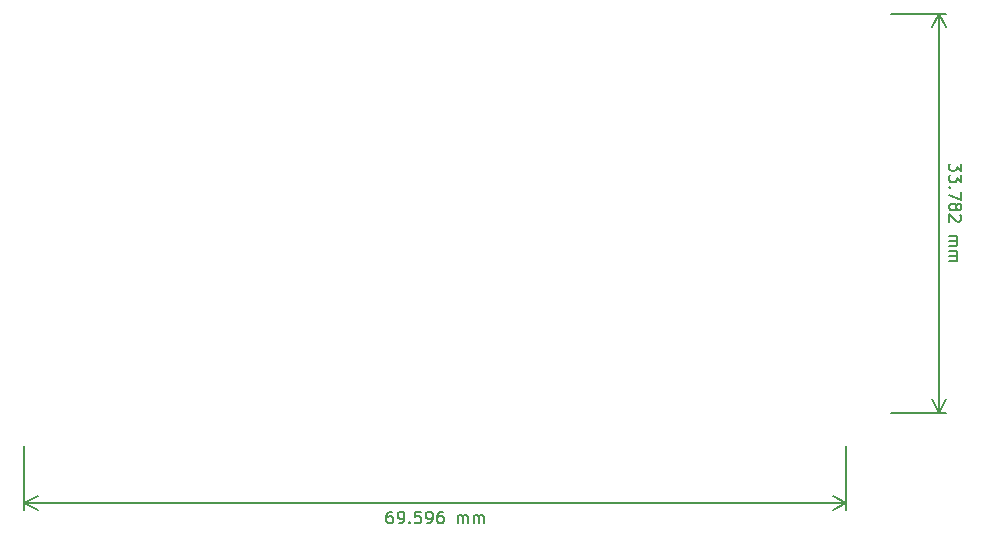
<source format=gbr>
G04 #@! TF.GenerationSoftware,KiCad,Pcbnew,5.1.5-52549c5~84~ubuntu18.04.1*
G04 #@! TF.CreationDate,2020-02-28T14:28:58+00:00*
G04 #@! TF.ProjectId,etl_driver_pcb,65746c5f-6472-4697-9665-725f7063622e,rev?*
G04 #@! TF.SameCoordinates,Original*
G04 #@! TF.FileFunction,Other,ECO2*
%FSLAX46Y46*%
G04 Gerber Fmt 4.6, Leading zero omitted, Abs format (unit mm)*
G04 Created by KiCad (PCBNEW 5.1.5-52549c5~84~ubuntu18.04.1) date 2020-02-28 14:28:58*
%MOMM*%
%LPD*%
G04 APERTURE LIST*
%ADD10C,0.150000*%
G04 APERTURE END LIST*
D10*
X203269619Y-109220523D02*
X203269619Y-109839571D01*
X202888666Y-109506238D01*
X202888666Y-109649095D01*
X202841047Y-109744333D01*
X202793428Y-109791952D01*
X202698190Y-109839571D01*
X202460095Y-109839571D01*
X202364857Y-109791952D01*
X202317238Y-109744333D01*
X202269619Y-109649095D01*
X202269619Y-109363380D01*
X202317238Y-109268142D01*
X202364857Y-109220523D01*
X203269619Y-110172904D02*
X203269619Y-110791952D01*
X202888666Y-110458619D01*
X202888666Y-110601476D01*
X202841047Y-110696714D01*
X202793428Y-110744333D01*
X202698190Y-110791952D01*
X202460095Y-110791952D01*
X202364857Y-110744333D01*
X202317238Y-110696714D01*
X202269619Y-110601476D01*
X202269619Y-110315761D01*
X202317238Y-110220523D01*
X202364857Y-110172904D01*
X202364857Y-111220523D02*
X202317238Y-111268142D01*
X202269619Y-111220523D01*
X202317238Y-111172904D01*
X202364857Y-111220523D01*
X202269619Y-111220523D01*
X203269619Y-111601476D02*
X203269619Y-112268142D01*
X202269619Y-111839571D01*
X202841047Y-112791952D02*
X202888666Y-112696714D01*
X202936285Y-112649095D01*
X203031523Y-112601476D01*
X203079142Y-112601476D01*
X203174380Y-112649095D01*
X203222000Y-112696714D01*
X203269619Y-112791952D01*
X203269619Y-112982428D01*
X203222000Y-113077666D01*
X203174380Y-113125285D01*
X203079142Y-113172904D01*
X203031523Y-113172904D01*
X202936285Y-113125285D01*
X202888666Y-113077666D01*
X202841047Y-112982428D01*
X202841047Y-112791952D01*
X202793428Y-112696714D01*
X202745809Y-112649095D01*
X202650571Y-112601476D01*
X202460095Y-112601476D01*
X202364857Y-112649095D01*
X202317238Y-112696714D01*
X202269619Y-112791952D01*
X202269619Y-112982428D01*
X202317238Y-113077666D01*
X202364857Y-113125285D01*
X202460095Y-113172904D01*
X202650571Y-113172904D01*
X202745809Y-113125285D01*
X202793428Y-113077666D01*
X202841047Y-112982428D01*
X203174380Y-113553857D02*
X203222000Y-113601476D01*
X203269619Y-113696714D01*
X203269619Y-113934809D01*
X203222000Y-114030047D01*
X203174380Y-114077666D01*
X203079142Y-114125285D01*
X202983904Y-114125285D01*
X202841047Y-114077666D01*
X202269619Y-113506238D01*
X202269619Y-114125285D01*
X202269619Y-115315761D02*
X202936285Y-115315761D01*
X202841047Y-115315761D02*
X202888666Y-115363380D01*
X202936285Y-115458619D01*
X202936285Y-115601476D01*
X202888666Y-115696714D01*
X202793428Y-115744333D01*
X202269619Y-115744333D01*
X202793428Y-115744333D02*
X202888666Y-115791952D01*
X202936285Y-115887190D01*
X202936285Y-116030047D01*
X202888666Y-116125285D01*
X202793428Y-116172904D01*
X202269619Y-116172904D01*
X202269619Y-116649095D02*
X202936285Y-116649095D01*
X202841047Y-116649095D02*
X202888666Y-116696714D01*
X202936285Y-116791952D01*
X202936285Y-116934809D01*
X202888666Y-117030047D01*
X202793428Y-117077666D01*
X202269619Y-117077666D01*
X202793428Y-117077666D02*
X202888666Y-117125285D01*
X202936285Y-117220523D01*
X202936285Y-117363380D01*
X202888666Y-117458619D01*
X202793428Y-117506238D01*
X202269619Y-117506238D01*
X201422000Y-96520000D02*
X201422000Y-130302000D01*
X197358000Y-96520000D02*
X202008421Y-96520000D01*
X197358000Y-130302000D02*
X202008421Y-130302000D01*
X201422000Y-130302000D02*
X200835579Y-129175496D01*
X201422000Y-130302000D02*
X202008421Y-129175496D01*
X201422000Y-96520000D02*
X200835579Y-97646504D01*
X201422000Y-96520000D02*
X202008421Y-97646504D01*
X155083333Y-138674380D02*
X154892857Y-138674380D01*
X154797619Y-138722000D01*
X154750000Y-138769619D01*
X154654761Y-138912476D01*
X154607142Y-139102952D01*
X154607142Y-139483904D01*
X154654761Y-139579142D01*
X154702380Y-139626761D01*
X154797619Y-139674380D01*
X154988095Y-139674380D01*
X155083333Y-139626761D01*
X155130952Y-139579142D01*
X155178571Y-139483904D01*
X155178571Y-139245809D01*
X155130952Y-139150571D01*
X155083333Y-139102952D01*
X154988095Y-139055333D01*
X154797619Y-139055333D01*
X154702380Y-139102952D01*
X154654761Y-139150571D01*
X154607142Y-139245809D01*
X155654761Y-139674380D02*
X155845238Y-139674380D01*
X155940476Y-139626761D01*
X155988095Y-139579142D01*
X156083333Y-139436285D01*
X156130952Y-139245809D01*
X156130952Y-138864857D01*
X156083333Y-138769619D01*
X156035714Y-138722000D01*
X155940476Y-138674380D01*
X155750000Y-138674380D01*
X155654761Y-138722000D01*
X155607142Y-138769619D01*
X155559523Y-138864857D01*
X155559523Y-139102952D01*
X155607142Y-139198190D01*
X155654761Y-139245809D01*
X155750000Y-139293428D01*
X155940476Y-139293428D01*
X156035714Y-139245809D01*
X156083333Y-139198190D01*
X156130952Y-139102952D01*
X156559523Y-139579142D02*
X156607142Y-139626761D01*
X156559523Y-139674380D01*
X156511904Y-139626761D01*
X156559523Y-139579142D01*
X156559523Y-139674380D01*
X157511904Y-138674380D02*
X157035714Y-138674380D01*
X156988095Y-139150571D01*
X157035714Y-139102952D01*
X157130952Y-139055333D01*
X157369047Y-139055333D01*
X157464285Y-139102952D01*
X157511904Y-139150571D01*
X157559523Y-139245809D01*
X157559523Y-139483904D01*
X157511904Y-139579142D01*
X157464285Y-139626761D01*
X157369047Y-139674380D01*
X157130952Y-139674380D01*
X157035714Y-139626761D01*
X156988095Y-139579142D01*
X158035714Y-139674380D02*
X158226190Y-139674380D01*
X158321428Y-139626761D01*
X158369047Y-139579142D01*
X158464285Y-139436285D01*
X158511904Y-139245809D01*
X158511904Y-138864857D01*
X158464285Y-138769619D01*
X158416666Y-138722000D01*
X158321428Y-138674380D01*
X158130952Y-138674380D01*
X158035714Y-138722000D01*
X157988095Y-138769619D01*
X157940476Y-138864857D01*
X157940476Y-139102952D01*
X157988095Y-139198190D01*
X158035714Y-139245809D01*
X158130952Y-139293428D01*
X158321428Y-139293428D01*
X158416666Y-139245809D01*
X158464285Y-139198190D01*
X158511904Y-139102952D01*
X159369047Y-138674380D02*
X159178571Y-138674380D01*
X159083333Y-138722000D01*
X159035714Y-138769619D01*
X158940476Y-138912476D01*
X158892857Y-139102952D01*
X158892857Y-139483904D01*
X158940476Y-139579142D01*
X158988095Y-139626761D01*
X159083333Y-139674380D01*
X159273809Y-139674380D01*
X159369047Y-139626761D01*
X159416666Y-139579142D01*
X159464285Y-139483904D01*
X159464285Y-139245809D01*
X159416666Y-139150571D01*
X159369047Y-139102952D01*
X159273809Y-139055333D01*
X159083333Y-139055333D01*
X158988095Y-139102952D01*
X158940476Y-139150571D01*
X158892857Y-139245809D01*
X160654761Y-139674380D02*
X160654761Y-139007714D01*
X160654761Y-139102952D02*
X160702380Y-139055333D01*
X160797619Y-139007714D01*
X160940476Y-139007714D01*
X161035714Y-139055333D01*
X161083333Y-139150571D01*
X161083333Y-139674380D01*
X161083333Y-139150571D02*
X161130952Y-139055333D01*
X161226190Y-139007714D01*
X161369047Y-139007714D01*
X161464285Y-139055333D01*
X161511904Y-139150571D01*
X161511904Y-139674380D01*
X161988095Y-139674380D02*
X161988095Y-139007714D01*
X161988095Y-139102952D02*
X162035714Y-139055333D01*
X162130952Y-139007714D01*
X162273809Y-139007714D01*
X162369047Y-139055333D01*
X162416666Y-139150571D01*
X162416666Y-139674380D01*
X162416666Y-139150571D02*
X162464285Y-139055333D01*
X162559523Y-139007714D01*
X162702380Y-139007714D01*
X162797619Y-139055333D01*
X162845238Y-139150571D01*
X162845238Y-139674380D01*
X123952000Y-137922000D02*
X193548000Y-137922000D01*
X123952000Y-133096000D02*
X123952000Y-138508421D01*
X193548000Y-133096000D02*
X193548000Y-138508421D01*
X193548000Y-137922000D02*
X192421496Y-138508421D01*
X193548000Y-137922000D02*
X192421496Y-137335579D01*
X123952000Y-137922000D02*
X125078504Y-138508421D01*
X123952000Y-137922000D02*
X125078504Y-137335579D01*
M02*

</source>
